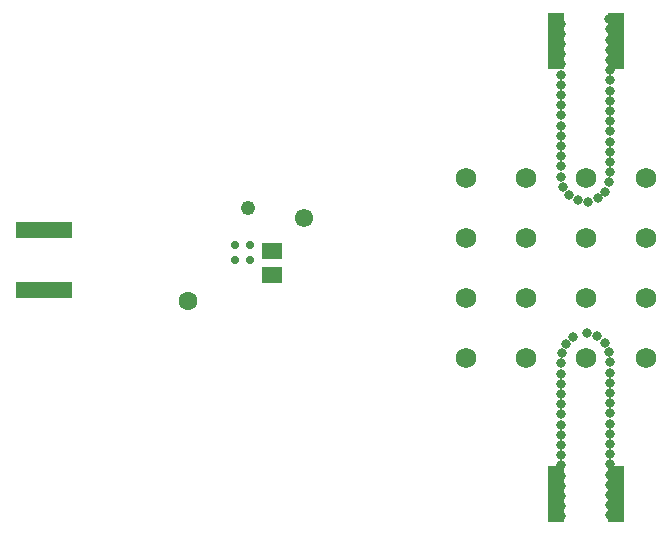
<source format=gbr>
%TF.GenerationSoftware,Altium Limited,Altium Designer,25.0.2 (28)*%
G04 Layer_Color=16711935*
%FSLAX45Y45*%
%MOMM*%
%TF.SameCoordinates,B98E361C-49A8-4C36-954A-03D76396FE22*%
%TF.FilePolarity,Negative*%
%TF.FileFunction,Soldermask,Bot*%
%TF.Part,Single*%
G01*
G75*
%TA.AperFunction,ConnectorPad*%
%ADD50R,4.77520X1.47320*%
%ADD52R,1.47320X4.77520*%
%TA.AperFunction,SMDPad,CuDef*%
%ADD55R,1.65320X1.40320*%
%TA.AperFunction,ComponentPad*%
%ADD57C,1.72720*%
%TA.AperFunction,ViaPad*%
%ADD58C,1.54940*%
%ADD59C,1.60020*%
%ADD60C,1.21920*%
%ADD61C,0.70320*%
%ADD62C,0.81280*%
D50*
X2781300Y5016500D02*
D03*
Y4508500D02*
D03*
D52*
X7620000Y6616700D02*
D03*
X7112000D02*
D03*
Y2781300D02*
D03*
X7620000D02*
D03*
D55*
X4711700Y4637100D02*
D03*
Y4837100D02*
D03*
D57*
X7874000Y3937000D02*
D03*
Y4445000D02*
D03*
Y4953000D02*
D03*
Y5461000D02*
D03*
X7366000Y3937000D02*
D03*
Y4445000D02*
D03*
Y4953000D02*
D03*
Y5461000D02*
D03*
X6858000Y3937000D02*
D03*
Y4445000D02*
D03*
Y4953000D02*
D03*
Y5461000D02*
D03*
X6350000Y3937000D02*
D03*
Y4445000D02*
D03*
Y4953000D02*
D03*
Y5461000D02*
D03*
D58*
X4978400Y5118100D02*
D03*
D59*
X4000500Y4419600D02*
D03*
D60*
X4508500Y5203401D02*
D03*
D61*
X4522700Y4761000D02*
D03*
X4392700D02*
D03*
X4522700Y4891000D02*
D03*
X4392700D02*
D03*
D62*
X7570954Y2601400D02*
D03*
Y2687760D02*
D03*
Y2774120D02*
D03*
Y2860480D02*
D03*
Y2946840D02*
D03*
Y3033200D02*
D03*
X7161046Y2592909D02*
D03*
Y2679269D02*
D03*
Y2765629D02*
D03*
Y2851989D02*
D03*
Y2938349D02*
D03*
Y3024709D02*
D03*
X7262150Y4112690D02*
D03*
X7198659Y4054150D02*
D03*
X7165108Y3974573D02*
D03*
X7161046Y3888309D02*
D03*
Y3801949D02*
D03*
Y3715589D02*
D03*
Y3629229D02*
D03*
Y3542869D02*
D03*
Y3456509D02*
D03*
Y3370149D02*
D03*
Y3283789D02*
D03*
Y3197429D02*
D03*
Y3111069D02*
D03*
X7570954Y3119560D02*
D03*
Y3205920D02*
D03*
Y3292280D02*
D03*
Y3378640D02*
D03*
Y3465000D02*
D03*
Y3551360D02*
D03*
Y3637720D02*
D03*
Y3724080D02*
D03*
Y3810440D02*
D03*
Y3896800D02*
D03*
X7564963Y3982952D02*
D03*
X7528061Y4061031D02*
D03*
X7462323Y4117036D02*
D03*
X7379376Y4141077D02*
D03*
X7161046Y6677811D02*
D03*
Y6591451D02*
D03*
Y6505091D02*
D03*
Y6418731D02*
D03*
X7159293Y6764171D02*
D03*
X7569200Y6716105D02*
D03*
Y6629745D02*
D03*
Y6543385D02*
D03*
Y6457025D02*
D03*
X7567446Y6802466D02*
D03*
X7569200Y6370665D02*
D03*
X7161046Y6332371D02*
D03*
Y6246011D02*
D03*
Y6159651D02*
D03*
Y6073291D02*
D03*
Y5986931D02*
D03*
Y5900571D02*
D03*
Y5814211D02*
D03*
Y5727851D02*
D03*
Y5641491D02*
D03*
Y5555131D02*
D03*
Y5468771D02*
D03*
X7177042Y5383905D02*
D03*
X7225779Y5312612D02*
D03*
X7299511Y5267649D02*
D03*
X7385296Y5257702D02*
D03*
X7467559Y5283987D02*
D03*
X7531743Y5341767D02*
D03*
X7566510Y5420819D02*
D03*
X7570954Y5507065D02*
D03*
Y5593425D02*
D03*
Y5679785D02*
D03*
Y5766145D02*
D03*
Y5852505D02*
D03*
Y5938865D02*
D03*
Y6025225D02*
D03*
Y6111585D02*
D03*
Y6197945D02*
D03*
Y6284305D02*
D03*
%TF.MD5,b8eca8f6804f61c8f0450af7204cff7d*%
M02*

</source>
